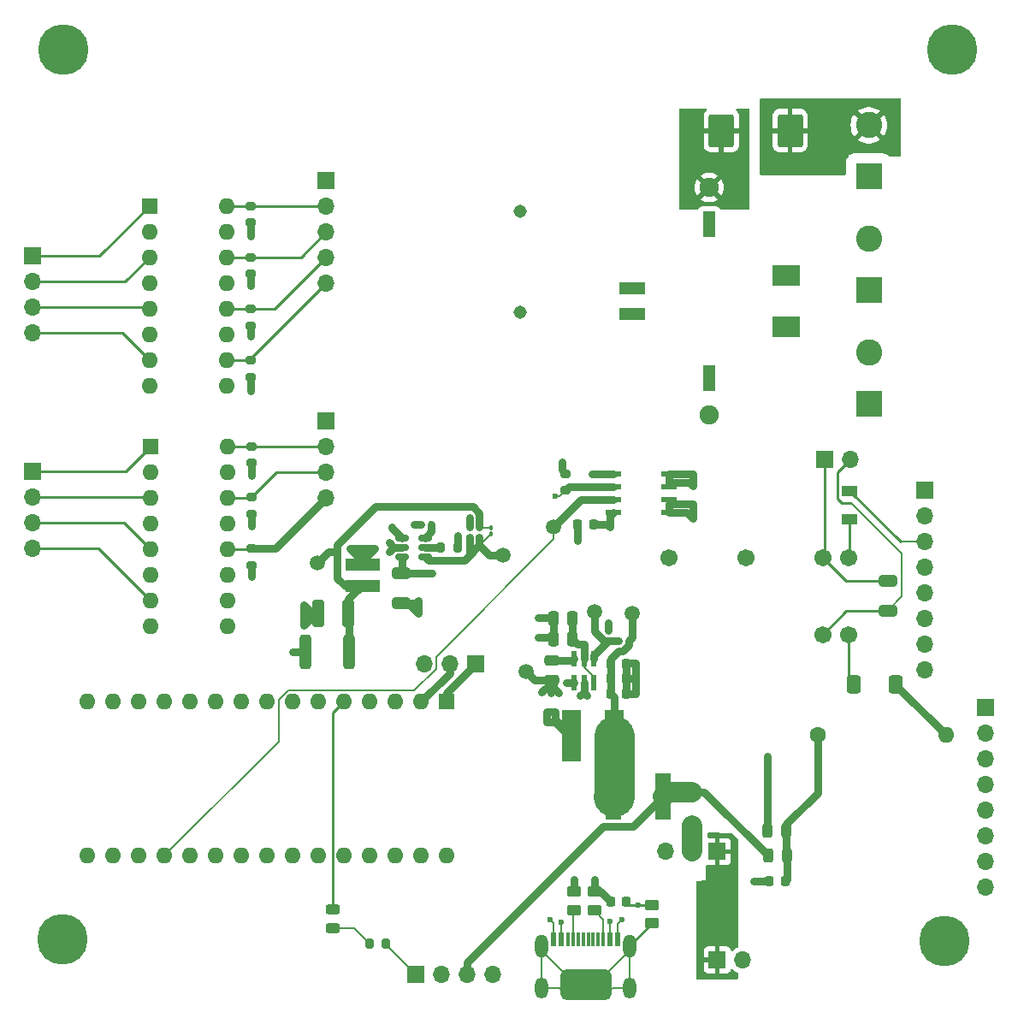
<source format=gtl>
G04 #@! TF.GenerationSoftware,KiCad,Pcbnew,8.0.8*
G04 #@! TF.CreationDate,2026-01-14T14:22:45+11:00*
G04 #@! TF.ProjectId,robotv1,726f626f-7476-4312-9e6b-696361645f70,2*
G04 #@! TF.SameCoordinates,Original*
G04 #@! TF.FileFunction,Copper,L1,Top*
G04 #@! TF.FilePolarity,Positive*
%FSLAX46Y46*%
G04 Gerber Fmt 4.6, Leading zero omitted, Abs format (unit mm)*
G04 Created by KiCad (PCBNEW 8.0.8) date 2026-01-14 14:22:45*
%MOMM*%
%LPD*%
G01*
G04 APERTURE LIST*
G04 Aperture macros list*
%AMRoundRect*
0 Rectangle with rounded corners*
0 $1 Rounding radius*
0 $2 $3 $4 $5 $6 $7 $8 $9 X,Y pos of 4 corners*
0 Add a 4 corners polygon primitive as box body*
4,1,4,$2,$3,$4,$5,$6,$7,$8,$9,$2,$3,0*
0 Add four circle primitives for the rounded corners*
1,1,$1+$1,$2,$3*
1,1,$1+$1,$4,$5*
1,1,$1+$1,$6,$7*
1,1,$1+$1,$8,$9*
0 Add four rect primitives between the rounded corners*
20,1,$1+$1,$2,$3,$4,$5,0*
20,1,$1+$1,$4,$5,$6,$7,0*
20,1,$1+$1,$6,$7,$8,$9,0*
20,1,$1+$1,$8,$9,$2,$3,0*%
G04 Aperture macros list end*
G04 #@! TA.AperFunction,SMDPad,CuDef*
%ADD10RoundRect,0.225000X-0.225000X-0.250000X0.225000X-0.250000X0.225000X0.250000X-0.225000X0.250000X0*%
G04 #@! TD*
G04 #@! TA.AperFunction,ComponentPad*
%ADD11R,1.700000X1.700000*%
G04 #@! TD*
G04 #@! TA.AperFunction,ComponentPad*
%ADD12O,1.700000X1.700000*%
G04 #@! TD*
G04 #@! TA.AperFunction,SMDPad,CuDef*
%ADD13RoundRect,0.200000X0.275000X-0.200000X0.275000X0.200000X-0.275000X0.200000X-0.275000X-0.200000X0*%
G04 #@! TD*
G04 #@! TA.AperFunction,SMDPad,CuDef*
%ADD14RoundRect,0.250000X0.650000X-0.325000X0.650000X0.325000X-0.650000X0.325000X-0.650000X-0.325000X0*%
G04 #@! TD*
G04 #@! TA.AperFunction,SMDPad,CuDef*
%ADD15R,0.300000X1.400000*%
G04 #@! TD*
G04 #@! TA.AperFunction,SMDPad,CuDef*
%ADD16R,0.500000X1.400000*%
G04 #@! TD*
G04 #@! TA.AperFunction,ComponentPad*
%ADD17O,1.300000X2.300000*%
G04 #@! TD*
G04 #@! TA.AperFunction,ComponentPad*
%ADD18O,1.300000X2.100000*%
G04 #@! TD*
G04 #@! TA.AperFunction,ComponentPad*
%ADD19C,0.500000*%
G04 #@! TD*
G04 #@! TA.AperFunction,SMDPad,CuDef*
%ADD20RoundRect,0.500000X-2.000000X-1.000000X2.000000X-1.000000X2.000000X1.000000X-2.000000X1.000000X0*%
G04 #@! TD*
G04 #@! TA.AperFunction,SMDPad,CuDef*
%ADD21RoundRect,0.225000X0.375000X-0.225000X0.375000X0.225000X-0.375000X0.225000X-0.375000X-0.225000X0*%
G04 #@! TD*
G04 #@! TA.AperFunction,SMDPad,CuDef*
%ADD22RoundRect,0.250000X0.312500X1.450000X-0.312500X1.450000X-0.312500X-1.450000X0.312500X-1.450000X0*%
G04 #@! TD*
G04 #@! TA.AperFunction,SMDPad,CuDef*
%ADD23RoundRect,0.250000X-0.650000X0.325000X-0.650000X-0.325000X0.650000X-0.325000X0.650000X0.325000X0*%
G04 #@! TD*
G04 #@! TA.AperFunction,SMDPad,CuDef*
%ADD24RoundRect,0.242500X0.242500X0.457500X-0.242500X0.457500X-0.242500X-0.457500X0.242500X-0.457500X0*%
G04 #@! TD*
G04 #@! TA.AperFunction,SMDPad,CuDef*
%ADD25R,3.400000X1.300000*%
G04 #@! TD*
G04 #@! TA.AperFunction,SMDPad,CuDef*
%ADD26RoundRect,0.140000X-0.170000X0.140000X-0.170000X-0.140000X0.170000X-0.140000X0.170000X0.140000X0*%
G04 #@! TD*
G04 #@! TA.AperFunction,SMDPad,CuDef*
%ADD27C,1.500000*%
G04 #@! TD*
G04 #@! TA.AperFunction,SMDPad,CuDef*
%ADD28RoundRect,0.242500X0.457500X-0.242500X0.457500X0.242500X-0.457500X0.242500X-0.457500X-0.242500X0*%
G04 #@! TD*
G04 #@! TA.AperFunction,SMDPad,CuDef*
%ADD29RoundRect,0.250000X0.250000X0.475000X-0.250000X0.475000X-0.250000X-0.475000X0.250000X-0.475000X0*%
G04 #@! TD*
G04 #@! TA.AperFunction,ComponentPad*
%ADD30R,1.600000X1.600000*%
G04 #@! TD*
G04 #@! TA.AperFunction,ComponentPad*
%ADD31O,1.600000X1.600000*%
G04 #@! TD*
G04 #@! TA.AperFunction,SMDPad,CuDef*
%ADD32R,1.900000X5.100000*%
G04 #@! TD*
G04 #@! TA.AperFunction,SMDPad,CuDef*
%ADD33RoundRect,0.248780X-0.451220X0.261220X-0.451220X-0.261220X0.451220X-0.261220X0.451220X0.261220X0*%
G04 #@! TD*
G04 #@! TA.AperFunction,SMDPad,CuDef*
%ADD34RoundRect,0.250000X0.425000X0.650000X-0.425000X0.650000X-0.425000X-0.650000X0.425000X-0.650000X0*%
G04 #@! TD*
G04 #@! TA.AperFunction,SMDPad,CuDef*
%ADD35RoundRect,0.140000X0.170000X-0.140000X0.170000X0.140000X-0.170000X0.140000X-0.170000X-0.140000X0*%
G04 #@! TD*
G04 #@! TA.AperFunction,SMDPad,CuDef*
%ADD36RoundRect,0.100000X-0.100000X0.130000X-0.100000X-0.130000X0.100000X-0.130000X0.100000X0.130000X0*%
G04 #@! TD*
G04 #@! TA.AperFunction,SMDPad,CuDef*
%ADD37RoundRect,0.220000X0.220000X0.255000X-0.220000X0.255000X-0.220000X-0.255000X0.220000X-0.255000X0*%
G04 #@! TD*
G04 #@! TA.AperFunction,SMDPad,CuDef*
%ADD38RoundRect,0.073750X0.221250X-0.651250X0.221250X0.651250X-0.221250X0.651250X-0.221250X-0.651250X0*%
G04 #@! TD*
G04 #@! TA.AperFunction,ComponentPad*
%ADD39C,1.308000*%
G04 #@! TD*
G04 #@! TA.AperFunction,SMDPad,CuDef*
%ADD40RoundRect,0.140000X0.140000X0.170000X-0.140000X0.170000X-0.140000X-0.170000X0.140000X-0.170000X0*%
G04 #@! TD*
G04 #@! TA.AperFunction,ComponentPad*
%ADD41R,2.600000X2.600000*%
G04 #@! TD*
G04 #@! TA.AperFunction,ComponentPad*
%ADD42C,2.600000*%
G04 #@! TD*
G04 #@! TA.AperFunction,SMDPad,CuDef*
%ADD43RoundRect,0.250000X0.550000X-0.300000X0.550000X0.300000X-0.550000X0.300000X-0.550000X-0.300000X0*%
G04 #@! TD*
G04 #@! TA.AperFunction,ComponentPad*
%ADD44C,0.600000*%
G04 #@! TD*
G04 #@! TA.AperFunction,ComponentPad*
%ADD45C,5.000000*%
G04 #@! TD*
G04 #@! TA.AperFunction,SMDPad,CuDef*
%ADD46RoundRect,0.200000X-0.200000X-0.275000X0.200000X-0.275000X0.200000X0.275000X-0.200000X0.275000X0*%
G04 #@! TD*
G04 #@! TA.AperFunction,SMDPad,CuDef*
%ADD47R,1.498600X4.597400*%
G04 #@! TD*
G04 #@! TA.AperFunction,SMDPad,CuDef*
%ADD48RoundRect,0.250000X0.325000X1.100000X-0.325000X1.100000X-0.325000X-1.100000X0.325000X-1.100000X0*%
G04 #@! TD*
G04 #@! TA.AperFunction,SMDPad,CuDef*
%ADD49R,1.600200X0.558800*%
G04 #@! TD*
G04 #@! TA.AperFunction,ComponentPad*
%ADD50C,1.905000*%
G04 #@! TD*
G04 #@! TA.AperFunction,ComponentPad*
%ADD51R,2.794000X2.032000*%
G04 #@! TD*
G04 #@! TA.AperFunction,ComponentPad*
%ADD52R,2.540000X1.270000*%
G04 #@! TD*
G04 #@! TA.AperFunction,ComponentPad*
%ADD53R,1.270000X2.540000*%
G04 #@! TD*
G04 #@! TA.AperFunction,ComponentPad*
%ADD54C,1.600000*%
G04 #@! TD*
G04 #@! TA.AperFunction,SMDPad,CuDef*
%ADD55RoundRect,0.250000X1.000000X-1.400000X1.000000X1.400000X-1.000000X1.400000X-1.000000X-1.400000X0*%
G04 #@! TD*
G04 #@! TA.AperFunction,SMDPad,CuDef*
%ADD56RoundRect,0.150000X-0.512500X-0.150000X0.512500X-0.150000X0.512500X0.150000X-0.512500X0.150000X0*%
G04 #@! TD*
G04 #@! TA.AperFunction,SMDPad,CuDef*
%ADD57RoundRect,0.250000X-0.475000X0.250000X-0.475000X-0.250000X0.475000X-0.250000X0.475000X0.250000X0*%
G04 #@! TD*
G04 #@! TA.AperFunction,ComponentPad*
%ADD58C,1.701800*%
G04 #@! TD*
G04 #@! TA.AperFunction,ViaPad*
%ADD59C,0.600000*%
G04 #@! TD*
G04 #@! TA.AperFunction,Conductor*
%ADD60C,0.800000*%
G04 #@! TD*
G04 #@! TA.AperFunction,Conductor*
%ADD61C,0.200000*%
G04 #@! TD*
G04 #@! TA.AperFunction,Conductor*
%ADD62C,0.250000*%
G04 #@! TD*
G04 #@! TA.AperFunction,Conductor*
%ADD63C,2.000000*%
G04 #@! TD*
G04 #@! TA.AperFunction,Conductor*
%ADD64C,4.000000*%
G04 #@! TD*
G04 APERTURE END LIST*
D10*
G04 #@! TO.P,C5,1*
G04 #@! TO.N,5V_RAW*
X60815000Y31650000D03*
G04 #@! TO.P,C5,2*
G04 #@! TO.N,GND*
X62375000Y31650000D03*
G04 #@! TD*
D11*
G04 #@! TO.P,J7,1,Pin_1*
G04 #@! TO.N,GND*
X32695000Y58630000D03*
D12*
G04 #@! TO.P,J7,2,Pin_2*
G04 #@! TO.N,/PWR_SCK*
X32695000Y56090000D03*
G04 #@! TO.P,J7,3,Pin_3*
G04 #@! TO.N,/PWR_MISO*
X32695000Y53550000D03*
G04 #@! TO.P,J7,4,Pin_4*
G04 #@! TO.N,/PWR_MOSI*
X32695000Y51010000D03*
G04 #@! TD*
D13*
G04 #@! TO.P,RL3,1*
G04 #@! TO.N,VSS*
X25235000Y68080000D03*
G04 #@! TO.P,RL3,2*
G04 #@! TO.N,Net-(J6-Pin_4)*
X25235000Y69720000D03*
G04 #@! TD*
D14*
G04 #@! TO.P,C13,1*
G04 #@! TO.N,GND*
X40095000Y40660000D03*
G04 #@! TO.P,C13,2*
G04 #@! TO.N,VCC*
X40095000Y43620000D03*
G04 #@! TD*
D13*
G04 #@! TO.P,RL2,1*
G04 #@! TO.N,VSS*
X25235000Y73200000D03*
G04 #@! TO.P,RL2,2*
G04 #@! TO.N,Net-(J6-Pin_3)*
X25235000Y74840000D03*
G04 #@! TD*
D15*
G04 #@! TO.P,J10,A5,CC1*
G04 #@! TO.N,Net-(J10-CC1)*
X57120000Y7390000D03*
G04 #@! TO.P,J10,A6,D+*
G04 #@! TO.N,unconnected-(J10-D+-PadA6)*
X58120000Y7390000D03*
G04 #@! TO.P,J10,A7,D-*
G04 #@! TO.N,unconnected-(J10-D--PadA7)*
X58620000Y7390000D03*
G04 #@! TO.P,J10,A8,SBU1*
G04 #@! TO.N,unconnected-(J10-SBU1-PadA8)*
X59620000Y7390000D03*
D16*
G04 #@! TO.P,J10,A9B4,VBUS*
G04 #@! TO.N,USB_5V_POUR*
X60770000Y7390000D03*
G04 #@! TO.P,J10,A12B1,GND*
G04 #@! TO.N,GND*
X61570000Y7390000D03*
D15*
G04 #@! TO.P,J10,B5,CC2*
G04 #@! TO.N,Net-(J10-CC2)*
X60120000Y7390000D03*
G04 #@! TO.P,J10,B6,D+*
G04 #@! TO.N,unconnected-(J10-D+-PadB6)*
X59120000Y7390000D03*
G04 #@! TO.P,J10,B7,D-*
G04 #@! TO.N,unconnected-(J10-D--PadB7)*
X57620000Y7390000D03*
G04 #@! TO.P,J10,B8,SBU2*
G04 #@! TO.N,unconnected-(J10-SBU2-PadB8)*
X56620000Y7390000D03*
D16*
G04 #@! TO.P,J10,B9A4,VBUS*
G04 #@! TO.N,USB_5V_POUR*
X55970000Y7390000D03*
G04 #@! TO.P,J10,B12A1,GND*
G04 #@! TO.N,GND*
X55170000Y7390000D03*
D17*
G04 #@! TO.P,J10,S1,SHIELD*
G04 #@! TO.N,Net-(J10-SHIELD)*
X54040000Y6710000D03*
D18*
X54040000Y2510000D03*
D19*
X56370000Y3890000D03*
X56370000Y1890000D03*
D20*
X58370000Y2890000D03*
D19*
X60370000Y3890000D03*
X60370000Y1890000D03*
D17*
X62700000Y6710000D03*
D18*
X62700000Y2510000D03*
G04 #@! TD*
D21*
G04 #@! TO.P,D6,1*
G04 #@! TO.N,Net-(J9-Pin_2)*
X68920000Y18640000D03*
G04 #@! TO.P,D6,2*
G04 #@! TO.N,+5VA*
X68920000Y21940000D03*
G04 #@! TD*
D10*
G04 #@! TO.P,C8,1*
G04 #@! TO.N,GND*
X57595000Y48390000D03*
G04 #@! TO.P,C8,2*
G04 #@! TO.N,VSS*
X59155000Y48390000D03*
G04 #@! TD*
G04 #@! TO.P,C3,1*
G04 #@! TO.N,5V_RAW*
X60815000Y34650000D03*
G04 #@! TO.P,C3,2*
G04 #@! TO.N,GND*
X62375000Y34650000D03*
G04 #@! TD*
D13*
G04 #@! TO.P,RL5,1*
G04 #@! TO.N,VSS*
X25295000Y54490000D03*
G04 #@! TO.P,RL5,2*
G04 #@! TO.N,/PWR_SCK*
X25295000Y56130000D03*
G04 #@! TD*
D22*
G04 #@! TO.P,F4,1*
G04 #@! TO.N,Net-(C6-Pad1)*
X34932500Y35790000D03*
G04 #@! TO.P,F4,2*
G04 #@! TO.N,VSS*
X30657500Y35790000D03*
G04 #@! TD*
D23*
G04 #@! TO.P,C1,1*
G04 #@! TO.N,Net-(J4-Pin_1)*
X88248500Y42810000D03*
G04 #@! TO.P,C1,2*
G04 #@! TO.N,Net-(J4-Pin_2)*
X88248500Y39850000D03*
G04 #@! TD*
D24*
G04 #@! TO.P,D4,1*
G04 #@! TO.N,Net-(D3-Pad1)*
X78285000Y15640000D03*
G04 #@! TO.P,D4,2*
G04 #@! TO.N,+5VA*
X76405000Y15640000D03*
G04 #@! TD*
D25*
G04 #@! TO.P,L2,1*
G04 #@! TO.N,Net-(C6-Pad1)*
X36295000Y42365000D03*
G04 #@! TO.P,L2,2*
G04 #@! TO.N,3V3_SW*
X36295000Y44465000D03*
G04 #@! TD*
D26*
G04 #@! TO.P,R8,1*
G04 #@! TO.N,Net-(C6-Pad1)*
X47845000Y48140000D03*
G04 #@! TO.P,R8,2*
G04 #@! TO.N,Net-(U1-FB)*
X47845000Y47140000D03*
G04 #@! TD*
D27*
G04 #@! TO.P,TP1,1,1*
G04 #@! TO.N,Net-(U4-VFB)*
X59220000Y39765000D03*
G04 #@! TD*
D11*
G04 #@! TO.P,J9,1,Pin_1*
G04 #@! TO.N,PIN_5V_POUR*
X71395000Y16040000D03*
D12*
G04 #@! TO.P,J9,2,Pin_2*
G04 #@! TO.N,Net-(J9-Pin_2)*
X68855000Y16040000D03*
G04 #@! TO.P,J9,3,Pin_3*
G04 #@! TO.N,USB_5V_POUR*
X66315000Y16040000D03*
G04 #@! TD*
D28*
G04 #@! TO.P,D7,1*
G04 #@! TO.N,Net-(D7-Pad1)*
X33345000Y8450000D03*
G04 #@! TO.P,D7,2*
G04 #@! TO.N,Net-(A1-D2)*
X33345000Y10330000D03*
G04 #@! TD*
D11*
G04 #@! TO.P,J2,1,Pin_1*
G04 #@! TO.N,GND*
X91945000Y51815000D03*
D12*
G04 #@! TO.P,J2,2,Pin_2*
G04 #@! TO.N,Net-(J14-Pin_2)*
X91945000Y49275000D03*
G04 #@! TO.P,J2,3,Pin_3*
G04 #@! TO.N,Net-(J14-Pin_3)*
X91945000Y46735000D03*
G04 #@! TO.P,J2,4,Pin_4*
G04 #@! TO.N,Net-(J14-Pin_4)*
X91945000Y44195000D03*
G04 #@! TO.P,J2,5,Pin_5*
G04 #@! TO.N,Vdrive*
X91945000Y41655000D03*
G04 #@! TO.P,J2,6,Pin_6*
G04 #@! TO.N,Net-(J14-Pin_6)*
X91945000Y39115000D03*
G04 #@! TO.P,J2,7,Pin_7*
G04 #@! TO.N,Net-(J14-Pin_7)*
X91945000Y36575000D03*
G04 #@! TO.P,J2,8,Pin_8*
G04 #@! TO.N,Net-(J14-Pin_8)*
X91945000Y34035000D03*
G04 #@! TD*
D27*
G04 #@! TO.P,TP3,1,1*
G04 #@! TO.N,5V_RAW*
X62970000Y39640000D03*
G04 #@! TD*
D11*
G04 #@! TO.P,J5,1,Pin_1*
G04 #@! TO.N,Net-(J5-Pin_1)*
X3655000Y53680000D03*
D12*
G04 #@! TO.P,J5,2,Pin_2*
G04 #@! TO.N,Net-(J5-Pin_2)*
X3655000Y51140000D03*
G04 #@! TO.P,J5,3,Pin_3*
G04 #@! TO.N,Net-(J5-Pin_3)*
X3655000Y48600000D03*
G04 #@! TO.P,J5,4,Pin_4*
G04 #@! TO.N,Net-(J5-Pin_4)*
X3655000Y46060000D03*
G04 #@! TD*
D29*
G04 #@! TO.P,C9,1*
G04 #@! TO.N,VCC*
X57045000Y39140000D03*
G04 #@! TO.P,C9,2*
G04 #@! TO.N,GND*
X55145000Y39140000D03*
G04 #@! TD*
D27*
G04 #@! TO.P,TP2,1,1*
G04 #@! TO.N,5V_SW*
X52470000Y33865000D03*
G04 #@! TD*
D29*
G04 #@! TO.P,C10,1*
G04 #@! TO.N,VCC*
X57045000Y37090000D03*
G04 #@! TO.P,C10,2*
G04 #@! TO.N,GND*
X55145000Y37090000D03*
G04 #@! TD*
D11*
G04 #@! TO.P,J6,1,Pin_1*
G04 #@! TO.N,GND*
X32695000Y82450000D03*
D12*
G04 #@! TO.P,J6,2,Pin_2*
G04 #@! TO.N,Net-(J6-Pin_2)*
X32695000Y79910000D03*
G04 #@! TO.P,J6,3,Pin_3*
G04 #@! TO.N,Net-(J6-Pin_3)*
X32695000Y77370000D03*
G04 #@! TO.P,J6,4,Pin_4*
G04 #@! TO.N,Net-(J6-Pin_4)*
X32695000Y74830000D03*
G04 #@! TO.P,J6,5,Pin_5*
G04 #@! TO.N,Net-(J6-Pin_5)*
X32695000Y72290000D03*
G04 #@! TD*
D30*
G04 #@! TO.P,U2,1*
G04 #@! TO.N,Net-(J1-Pin_1)*
X15185000Y79920000D03*
D31*
G04 #@! TO.P,U2,2*
G04 #@! TO.N,GND*
X15185000Y77380000D03*
G04 #@! TO.P,U2,3*
G04 #@! TO.N,Net-(J1-Pin_2)*
X15185000Y74840000D03*
G04 #@! TO.P,U2,4*
G04 #@! TO.N,GND*
X15185000Y72300000D03*
G04 #@! TO.P,U2,5*
G04 #@! TO.N,Net-(J1-Pin_3)*
X15185000Y69760000D03*
G04 #@! TO.P,U2,6*
G04 #@! TO.N,GND*
X15185000Y67220000D03*
G04 #@! TO.P,U2,7*
G04 #@! TO.N,Net-(J1-Pin_4)*
X15185000Y64680000D03*
G04 #@! TO.P,U2,8*
G04 #@! TO.N,GND*
X15185000Y62140000D03*
G04 #@! TO.P,U2,9*
X22805000Y62140000D03*
G04 #@! TO.P,U2,10*
G04 #@! TO.N,Net-(J6-Pin_5)*
X22805000Y64680000D03*
G04 #@! TO.P,U2,11*
G04 #@! TO.N,GND*
X22805000Y67220000D03*
G04 #@! TO.P,U2,12*
G04 #@! TO.N,Net-(J6-Pin_4)*
X22805000Y69760000D03*
G04 #@! TO.P,U2,13*
G04 #@! TO.N,GND*
X22805000Y72300000D03*
G04 #@! TO.P,U2,14*
G04 #@! TO.N,Net-(J6-Pin_3)*
X22805000Y74840000D03*
G04 #@! TO.P,U2,15*
G04 #@! TO.N,GND*
X22805000Y77380000D03*
G04 #@! TO.P,U2,16*
G04 #@! TO.N,Net-(J6-Pin_2)*
X22805000Y79920000D03*
G04 #@! TD*
D32*
G04 #@! TO.P,L1,1*
G04 #@! TO.N,5V_SW*
X56970000Y27540000D03*
G04 #@! TO.P,L1,2*
G04 #@! TO.N,5V_RAW*
X61170000Y27540000D03*
G04 #@! TD*
D33*
G04 #@! TO.P,R2,1*
G04 #@! TO.N,USB_5V_POUR*
X59220000Y12060000D03*
G04 #@! TO.P,R2,2*
G04 #@! TO.N,Net-(J10-CC2)*
X59220000Y10240000D03*
G04 #@! TD*
D34*
G04 #@! TO.P,S2,1,A*
G04 #@! TO.N,GND*
X89073500Y32580000D03*
G04 #@! TO.P,S2,2,B*
G04 #@! TO.N,Net-(S2-B)*
X84923500Y32580000D03*
G04 #@! TD*
D35*
G04 #@! TO.P,R9,1*
G04 #@! TO.N,Net-(U1-FB)*
X46845000Y47140000D03*
G04 #@! TO.P,R9,2*
G04 #@! TO.N,GND*
X46845000Y48140000D03*
G04 #@! TD*
D11*
G04 #@! TO.P,J8,1,Pin_1*
G04 #@! TO.N,Net-(A1-D1{slash}TX)*
X47475000Y34590000D03*
D12*
G04 #@! TO.P,J8,2,Pin_2*
G04 #@! TO.N,Net-(A1-D0{slash}RX)*
X44935000Y34590000D03*
G04 #@! TO.P,J8,3,Pin_3*
G04 #@! TO.N,GND*
X42395000Y34590000D03*
G04 #@! TD*
D36*
G04 #@! TO.P,C6,1*
G04 #@! TO.N,Net-(C6-Pad1)*
X48995000Y48110000D03*
G04 #@! TO.P,C6,2*
G04 #@! TO.N,Net-(U1-FB)*
X48995000Y47470000D03*
G04 #@! TD*
D37*
G04 #@! TO.P,D5,1*
G04 #@! TO.N,Net-(D3-Pad1)*
X78135000Y13140000D03*
G04 #@! TO.P,D5,2*
G04 #@! TO.N,VSS*
X76555000Y13140000D03*
G04 #@! TD*
D38*
G04 #@! TO.P,U4,1,GND*
G04 #@! TO.N,GND*
X57240000Y32785000D03*
G04 #@! TO.P,U4,2,SW*
G04 #@! TO.N,5V_SW*
X58190000Y32785000D03*
G04 #@! TO.P,U4,3,VIN*
G04 #@! TO.N,VCC*
X59140000Y32785000D03*
G04 #@! TO.P,U4,4,VFB*
G04 #@! TO.N,Net-(U4-VFB)*
X59140000Y35095000D03*
G04 #@! TO.P,U4,5,EN*
G04 #@! TO.N,VCC*
X58190000Y35095000D03*
G04 #@! TO.P,U4,6,VBST*
G04 #@! TO.N,Net-(U4-VBST)*
X57240000Y35095000D03*
G04 #@! TD*
D39*
G04 #@! TO.P,S1,1*
G04 #@! TO.N,Net-(F1-Pad2)*
X51845000Y79390000D03*
G04 #@! TO.P,S1,2*
G04 #@! TO.N,Net-(K2-Pad5)*
X51845000Y69390000D03*
G04 #@! TD*
D40*
G04 #@! TO.P,R12,1*
G04 #@! TO.N,5V_RAW*
X62595000Y36890000D03*
G04 #@! TO.P,R12,2*
G04 #@! TO.N,Net-(U4-VFB)*
X61595000Y36890000D03*
G04 #@! TD*
D11*
G04 #@! TO.P,J14,1,Pin_1*
G04 #@! TO.N,GND*
X97950000Y30265000D03*
D12*
G04 #@! TO.P,J14,2,Pin_2*
G04 #@! TO.N,Net-(J14-Pin_2)*
X97950000Y27725000D03*
G04 #@! TO.P,J14,3,Pin_3*
G04 #@! TO.N,Net-(J14-Pin_3)*
X97950000Y25185000D03*
G04 #@! TO.P,J14,4,Pin_4*
G04 #@! TO.N,Net-(J14-Pin_4)*
X97950000Y22645000D03*
G04 #@! TO.P,J14,5,Pin_5*
G04 #@! TO.N,Vdrive*
X97950000Y20105000D03*
G04 #@! TO.P,J14,6,Pin_6*
G04 #@! TO.N,Net-(J14-Pin_6)*
X97950000Y17565000D03*
G04 #@! TO.P,J14,7,Pin_7*
G04 #@! TO.N,Net-(J14-Pin_7)*
X97950000Y15025000D03*
G04 #@! TO.P,J14,8,Pin_8*
G04 #@! TO.N,Net-(J14-Pin_8)*
X97950000Y12485000D03*
G04 #@! TD*
D41*
G04 #@! TO.P,J11,1,Pin_1*
G04 #@! TO.N,GND*
X86400000Y82845000D03*
D42*
G04 #@! TO.P,J11,2,Pin_2*
G04 #@! TO.N,Vdrive*
X86400000Y87925000D03*
G04 #@! TD*
D30*
G04 #@! TO.P,U3,1*
G04 #@! TO.N,Net-(J5-Pin_1)*
X15285000Y56140000D03*
D31*
G04 #@! TO.P,U3,2*
G04 #@! TO.N,GND*
X15285000Y53600000D03*
G04 #@! TO.P,U3,3*
G04 #@! TO.N,Net-(J5-Pin_2)*
X15285000Y51060000D03*
G04 #@! TO.P,U3,4*
G04 #@! TO.N,GND*
X15285000Y48520000D03*
G04 #@! TO.P,U3,5*
G04 #@! TO.N,Net-(J5-Pin_3)*
X15285000Y45980000D03*
G04 #@! TO.P,U3,6*
G04 #@! TO.N,GND*
X15285000Y43440000D03*
G04 #@! TO.P,U3,7*
G04 #@! TO.N,Net-(J5-Pin_4)*
X15285000Y40900000D03*
G04 #@! TO.P,U3,8*
G04 #@! TO.N,GND*
X15285000Y38360000D03*
G04 #@! TO.P,U3,9*
X22905000Y38360000D03*
G04 #@! TO.P,U3,10*
G04 #@! TO.N,unconnected-(U3-Pad10)*
X22905000Y40900000D03*
G04 #@! TO.P,U3,11*
G04 #@! TO.N,GND*
X22905000Y43440000D03*
G04 #@! TO.P,U3,12*
G04 #@! TO.N,/PWR_MOSI*
X22905000Y45980000D03*
G04 #@! TO.P,U3,13*
G04 #@! TO.N,GND*
X22905000Y48520000D03*
G04 #@! TO.P,U3,14*
G04 #@! TO.N,/PWR_MISO*
X22905000Y51060000D03*
G04 #@! TO.P,U3,15*
G04 #@! TO.N,GND*
X22905000Y53600000D03*
G04 #@! TO.P,U3,16*
G04 #@! TO.N,/PWR_SCK*
X22905000Y56140000D03*
G04 #@! TD*
D43*
G04 #@! TO.P,D1,1*
G04 #@! TO.N,Net-(D1-Pad1)*
X84498500Y48930000D03*
G04 #@! TO.P,D1,2*
G04 #@! TO.N,Net-(J14-Pin_3)*
X84498500Y51730000D03*
G04 #@! TD*
D44*
G04 #@! TO.P,H5,1*
G04 #@! TO.N,GND*
X91875000Y7150000D03*
X92465000Y8560000D03*
X92465000Y5740000D03*
X93875000Y9150000D03*
D45*
X93875000Y7150000D03*
D44*
X93875000Y5150000D03*
X95285000Y8560000D03*
X95285000Y5740000D03*
X95875000Y7150000D03*
G04 #@! TD*
D30*
G04 #@! TO.P,A1,1,D1/TX*
G04 #@! TO.N,Net-(A1-D1{slash}TX)*
X44635000Y30890000D03*
D31*
G04 #@! TO.P,A1,2,D0/RX*
G04 #@! TO.N,Net-(A1-D0{slash}RX)*
X42095000Y30890000D03*
G04 #@! TO.P,A1,3,~{RESET}*
G04 #@! TO.N,unconnected-(A1-~{RESET}-Pad3)*
X39555000Y30890000D03*
G04 #@! TO.P,A1,4,GND*
G04 #@! TO.N,GND*
X37015000Y30890000D03*
G04 #@! TO.P,A1,5,D2*
G04 #@! TO.N,Net-(A1-D2)*
X34475000Y30890000D03*
G04 #@! TO.P,A1,6,D3*
G04 #@! TO.N,FAULT*
X31935000Y30890000D03*
G04 #@! TO.P,A1,7,D4*
G04 #@! TO.N,unconnected-(A1-D4-Pad7)*
X29395000Y30890000D03*
G04 #@! TO.P,A1,8,D5*
G04 #@! TO.N,unconnected-(A1-D5-Pad8)*
X26855000Y30890000D03*
G04 #@! TO.P,A1,9,D6*
G04 #@! TO.N,unconnected-(A1-D6-Pad9)*
X24315000Y30890000D03*
G04 #@! TO.P,A1,10,D7*
G04 #@! TO.N,unconnected-(A1-D7-Pad10)*
X21775000Y30890000D03*
G04 #@! TO.P,A1,11,D8*
G04 #@! TO.N,unconnected-(A1-D8-Pad11)*
X19235000Y30890000D03*
G04 #@! TO.P,A1,12,D9*
G04 #@! TO.N,unconnected-(A1-D9-Pad12)*
X16695000Y30890000D03*
G04 #@! TO.P,A1,13,D10*
G04 #@! TO.N,unconnected-(A1-D10-Pad13)*
X14155000Y30890000D03*
G04 #@! TO.P,A1,14,D11*
G04 #@! TO.N,/PWR_MOSI*
X11615000Y30890000D03*
G04 #@! TO.P,A1,15,D12*
G04 #@! TO.N,/PWR_MISO*
X9075000Y30890000D03*
G04 #@! TO.P,A1,16,D13*
G04 #@! TO.N,/PWR_SCK*
X9075000Y15650000D03*
G04 #@! TO.P,A1,17,3V3*
G04 #@! TO.N,unconnected-(A1-3V3-Pad17)*
X11615000Y15650000D03*
G04 #@! TO.P,A1,18,AREF*
G04 #@! TO.N,unconnected-(A1-AREF-Pad18)*
X14155000Y15650000D03*
G04 #@! TO.P,A1,19,A0*
G04 #@! TO.N,Net-(A1-A0)*
X16695000Y15650000D03*
G04 #@! TO.P,A1,20,A1*
G04 #@! TO.N,unconnected-(A1-A1-Pad20)*
X19235000Y15650000D03*
G04 #@! TO.P,A1,21,A2*
G04 #@! TO.N,unconnected-(A1-A2-Pad21)*
X21775000Y15650000D03*
G04 #@! TO.P,A1,22,A3*
G04 #@! TO.N,unconnected-(A1-A3-Pad22)*
X24315000Y15650000D03*
G04 #@! TO.P,A1,23,A4*
G04 #@! TO.N,unconnected-(A1-A4-Pad23)*
X26855000Y15650000D03*
G04 #@! TO.P,A1,24,A5*
G04 #@! TO.N,unconnected-(A1-A5-Pad24)*
X29395000Y15650000D03*
G04 #@! TO.P,A1,25,A6*
G04 #@! TO.N,unconnected-(A1-A6-Pad25)*
X31935000Y15650000D03*
G04 #@! TO.P,A1,26,A7*
G04 #@! TO.N,unconnected-(A1-A7-Pad26)*
X34475000Y15650000D03*
G04 #@! TO.P,A1,27,+5V*
G04 #@! TO.N,unconnected-(A1-+5V-Pad27)*
X37015000Y15650000D03*
G04 #@! TO.P,A1,28,~{RESET}*
G04 #@! TO.N,unconnected-(A1-~{RESET}-Pad28)*
X39555000Y15650000D03*
G04 #@! TO.P,A1,29,GND*
G04 #@! TO.N,GND*
X42095000Y15650000D03*
G04 #@! TO.P,A1,30,VIN*
G04 #@! TO.N,VSS*
X44635000Y15650000D03*
G04 #@! TD*
D46*
G04 #@! TO.P,R5,1*
G04 #@! TO.N,Net-(D7-Pad1)*
X36955000Y6915000D03*
G04 #@! TO.P,R5,2*
G04 #@! TO.N,GND*
X38595000Y6915000D03*
G04 #@! TD*
D47*
G04 #@! TO.P,F2,1,1*
G04 #@! TO.N,5V_RAW*
X61131950Y21463000D03*
G04 #@! TO.P,F2,2,2*
G04 #@! TO.N,+5VA*
X66031950Y21463000D03*
G04 #@! TD*
D13*
G04 #@! TO.P,R11,1*
G04 #@! TO.N,FAULT*
X56395000Y51770000D03*
G04 #@! TO.P,R11,2*
G04 #@! TO.N,VSS*
X56395000Y53410000D03*
G04 #@! TD*
D48*
G04 #@! TO.P,C7,1*
G04 #@! TO.N,Net-(C6-Pad1)*
X34870000Y39590000D03*
G04 #@! TO.P,C7,2*
G04 #@! TO.N,GND*
X31920000Y39590000D03*
G04 #@! TD*
D11*
G04 #@! TO.P,J1,1,Pin_1*
G04 #@! TO.N,Net-(J1-Pin_1)*
X3655000Y74970000D03*
D12*
G04 #@! TO.P,J1,2,Pin_2*
G04 #@! TO.N,Net-(J1-Pin_2)*
X3655000Y72430000D03*
G04 #@! TO.P,J1,3,Pin_3*
G04 #@! TO.N,Net-(J1-Pin_3)*
X3655000Y69890000D03*
G04 #@! TO.P,J1,4,Pin_4*
G04 #@! TO.N,Net-(J1-Pin_4)*
X3655000Y67350000D03*
G04 #@! TD*
D27*
G04 #@! TO.P,TP7,1,1*
G04 #@! TO.N,Net-(C6-Pad1)*
X31795000Y44590000D03*
G04 #@! TD*
D33*
G04 #@! TO.P,R1,1*
G04 #@! TO.N,GND*
X64920000Y10775000D03*
G04 #@! TO.P,R1,2*
G04 #@! TO.N,Net-(J10-SHIELD)*
X64920000Y8955000D03*
G04 #@! TD*
D41*
G04 #@! TO.P,J12,1,Pin_1*
G04 #@! TO.N,GND*
X86400000Y71595000D03*
D42*
G04 #@! TO.P,J12,2,Pin_2*
G04 #@! TO.N,VCC*
X86400000Y76675000D03*
G04 #@! TD*
D49*
G04 #@! TO.P,U5,1,IP+*
G04 #@! TO.N,CSENSE_IN*
X66595000Y49580000D03*
G04 #@! TO.P,U5,2,IP+*
X66595000Y50850000D03*
G04 #@! TO.P,U5,3,IP-*
G04 #@! TO.N,VCC*
X66595000Y52120000D03*
G04 #@! TO.P,U5,4,IP-*
X66595000Y53390000D03*
G04 #@! TO.P,U5,5,GND*
G04 #@! TO.N,GND*
X61083200Y53390000D03*
G04 #@! TO.P,U5,6,\u002AFAULT*
G04 #@! TO.N,FAULT*
X61083200Y52120000D03*
G04 #@! TO.P,U5,7,VIOUT*
G04 #@! TO.N,Net-(A1-A0)*
X61083200Y50850000D03*
G04 #@! TO.P,U5,8,VCC*
G04 #@! TO.N,VSS*
X61083200Y49580000D03*
G04 #@! TD*
D27*
G04 #@! TO.P,TP4,1,1*
G04 #@! TO.N,Net-(U1-FB)*
X50195000Y45390000D03*
G04 #@! TD*
D13*
G04 #@! TO.P,RL1,1*
G04 #@! TO.N,VSS*
X25235000Y78280000D03*
G04 #@! TO.P,RL1,2*
G04 #@! TO.N,Net-(J6-Pin_2)*
X25235000Y79920000D03*
G04 #@! TD*
D46*
G04 #@! TO.P,R7,1*
G04 #@! TO.N,Net-(U1-EN)*
X44025000Y46140000D03*
G04 #@! TO.P,R7,2*
G04 #@! TO.N,VCC*
X45665000Y46140000D03*
G04 #@! TD*
D27*
G04 #@! TO.P,TP8,1,1*
G04 #@! TO.N,Net-(A1-A0)*
X55195000Y48190000D03*
G04 #@! TD*
D10*
G04 #@! TO.P,C2,1*
G04 #@! TO.N,USB_5V_POUR*
X60815000Y11115000D03*
G04 #@! TO.P,C2,2*
G04 #@! TO.N,GND*
X62375000Y11115000D03*
G04 #@! TD*
D44*
G04 #@! TO.P,H6,1*
G04 #@! TO.N,GND*
X92605000Y95400000D03*
X93195000Y96810000D03*
X93195000Y93990000D03*
X94605000Y97400000D03*
D45*
X94605000Y95400000D03*
D44*
X94605000Y93400000D03*
X96015000Y96810000D03*
X96015000Y93990000D03*
X96605000Y95400000D03*
G04 #@! TD*
G04 #@! TO.P,H7,1*
G04 #@! TO.N,GND*
X4655000Y95375000D03*
X5245000Y96785000D03*
X5245000Y93965000D03*
X6655000Y97375000D03*
D45*
X6655000Y95375000D03*
D44*
X6655000Y93375000D03*
X8065000Y96785000D03*
X8065000Y93965000D03*
X8655000Y95375000D03*
G04 #@! TD*
D13*
G04 #@! TO.P,RL4,1*
G04 #@! TO.N,VSS*
X25235000Y63000000D03*
G04 #@! TO.P,RL4,2*
G04 #@! TO.N,Net-(J6-Pin_5)*
X25235000Y64640000D03*
G04 #@! TD*
D24*
G04 #@! TO.P,D3,1*
G04 #@! TO.N,Net-(D3-Pad1)*
X78225000Y18140000D03*
G04 #@! TO.P,D3,2*
G04 #@! TO.N,VCC*
X76345000Y18140000D03*
G04 #@! TD*
D10*
G04 #@! TO.P,C4,1*
G04 #@! TO.N,5V_RAW*
X60815000Y33140000D03*
G04 #@! TO.P,C4,2*
G04 #@! TO.N,GND*
X62375000Y33140000D03*
G04 #@! TD*
D50*
G04 #@! TO.P,F1,1,1*
G04 #@! TO.N,Drive-D-V*
X70595000Y81770000D03*
G04 #@! TO.P,F1,2,2*
G04 #@! TO.N,Net-(F1-Pad2)*
X70595000Y59270000D03*
D51*
G04 #@! TO.P,F1,3*
G04 #@! TO.N,N/C*
X78215000Y67980000D03*
G04 #@! TO.P,F1,4*
X78215000Y73060000D03*
D52*
G04 #@! TO.P,F1,5*
X62975000Y69250000D03*
G04 #@! TO.P,F1,6*
X62975000Y71790000D03*
D53*
G04 #@! TO.P,F1,7*
X70595000Y62900000D03*
G04 #@! TO.P,F1,8*
X70595000Y78140000D03*
G04 #@! TD*
D54*
G04 #@! TO.P,R6,1*
G04 #@! TO.N,Net-(D3-Pad1)*
X81325000Y27560000D03*
D31*
G04 #@! TO.P,R6,2*
G04 #@! TO.N,GND*
X94025000Y27560000D03*
G04 #@! TD*
D55*
G04 #@! TO.P,D2,1*
G04 #@! TO.N,Drive-D-V*
X71795000Y87390000D03*
G04 #@! TO.P,D2,2*
G04 #@! TO.N,Vdrive*
X78595000Y87390000D03*
G04 #@! TD*
D56*
G04 #@! TO.P,U1,1,GND*
G04 #@! TO.N,GND*
X40207500Y47090000D03*
G04 #@! TO.P,U1,2,SW*
G04 #@! TO.N,3V3_SW*
X40207500Y46140000D03*
G04 #@! TO.P,U1,3,VIN*
G04 #@! TO.N,VCC*
X40207500Y45190000D03*
G04 #@! TO.P,U1,4,FB*
G04 #@! TO.N,Net-(U1-FB)*
X42482500Y45190000D03*
G04 #@! TO.P,U1,5,EN*
G04 #@! TO.N,Net-(U1-EN)*
X42482500Y46140000D03*
G04 #@! TO.P,U1,6,BOOT*
G04 #@! TO.N,Net-(U1-BOOT)*
X42482500Y47090000D03*
G04 #@! TD*
D44*
G04 #@! TO.P,H4,1*
G04 #@! TO.N,GND*
X4595000Y7390000D03*
X5185000Y8800000D03*
X5185000Y5980000D03*
X6595000Y9390000D03*
D45*
X6595000Y7390000D03*
D44*
X6595000Y5390000D03*
X8005000Y8800000D03*
X8005000Y5980000D03*
X8595000Y7390000D03*
G04 #@! TD*
D11*
G04 #@! TO.P,J4,1,Pin_1*
G04 #@! TO.N,Net-(J4-Pin_1)*
X82055000Y54890000D03*
D12*
G04 #@! TO.P,J4,2,Pin_2*
G04 #@! TO.N,Net-(J4-Pin_2)*
X84595000Y54890000D03*
G04 #@! TD*
D40*
G04 #@! TO.P,C12,1*
G04 #@! TO.N,Net-(U1-BOOT)*
X43095000Y48390000D03*
G04 #@! TO.P,C12,2*
G04 #@! TO.N,3V3_SW*
X42095000Y48390000D03*
G04 #@! TD*
D11*
G04 #@! TO.P,J15,1,Pin_1*
G04 #@! TO.N,GND*
X41555000Y3890000D03*
D12*
G04 #@! TO.P,J15,2,Pin_2*
G04 #@! TO.N,VSS*
X44095000Y3890000D03*
G04 #@! TO.P,J15,3,Pin_3*
G04 #@! TO.N,+5VA*
X46635000Y3890000D03*
G04 #@! TO.P,J15,4,Pin_4*
G04 #@! TO.N,VCC*
X49175000Y3890000D03*
G04 #@! TD*
D35*
G04 #@! TO.P,R4,1*
G04 #@! TO.N,Net-(U4-VFB)*
X60595000Y36890000D03*
G04 #@! TO.P,R4,2*
G04 #@! TO.N,GND*
X60595000Y37890000D03*
G04 #@! TD*
D57*
G04 #@! TO.P,C11,1*
G04 #@! TO.N,Net-(U4-VBST)*
X54995000Y34940000D03*
G04 #@! TO.P,C11,2*
G04 #@! TO.N,5V_SW*
X54995000Y33040000D03*
G04 #@! TD*
D41*
G04 #@! TO.P,J13,1,Pin_1*
G04 #@! TO.N,GND*
X86400000Y60345000D03*
D42*
G04 #@! TO.P,J13,2,Pin_2*
G04 #@! TO.N,VCC*
X86400000Y65425000D03*
G04 #@! TD*
D33*
G04 #@! TO.P,R3,1*
G04 #@! TO.N,USB_5V_POUR*
X57220000Y12060000D03*
G04 #@! TO.P,R3,2*
G04 #@! TO.N,Net-(J10-CC1)*
X57220000Y10240000D03*
G04 #@! TD*
D11*
G04 #@! TO.P,J3,1,Pin_1*
G04 #@! TO.N,PIN_5V_POUR*
X71395000Y5315000D03*
D12*
G04 #@! TO.P,J3,2,Pin_2*
G04 #@! TO.N,GND*
X73935000Y5315000D03*
G04 #@! TD*
D13*
G04 #@! TO.P,RL6,1*
G04 #@! TO.N,VSS*
X25295000Y49450000D03*
G04 #@! TO.P,RL6,2*
G04 #@! TO.N,/PWR_MISO*
X25295000Y51090000D03*
G04 #@! TD*
G04 #@! TO.P,RL7,1*
G04 #@! TO.N,VSS*
X25295000Y44370000D03*
G04 #@! TO.P,RL7,2*
G04 #@! TO.N,/PWR_MOSI*
X25295000Y46010000D03*
G04 #@! TD*
D58*
G04 #@! TO.P,K2,1,1*
G04 #@! TO.N,Net-(D1-Pad1)*
X84385000Y45140000D03*
G04 #@! TO.P,K2,2,2*
G04 #@! TO.N,Net-(J4-Pin_1)*
X81845000Y45140000D03*
G04 #@! TO.P,K2,5,5*
G04 #@! TO.N,Net-(K2-Pad5)*
X74225000Y45140000D03*
G04 #@! TO.P,K2,8,8*
G04 #@! TO.N,CSENSE_IN*
X66605000Y45140000D03*
G04 #@! TO.P,K2,15,15*
G04 #@! TO.N,Net-(J4-Pin_2)*
X81845000Y37520000D03*
G04 #@! TO.P,K2,16,16*
G04 #@! TO.N,Net-(S2-B)*
X84385000Y37520000D03*
G04 #@! TD*
D59*
G04 #@! TO.N,GND*
X63545000Y10775000D03*
X56450000Y32785000D03*
X61945000Y9265000D03*
X57595000Y46790000D03*
X58995000Y53390000D03*
X30420000Y40465000D03*
X41845000Y40890000D03*
X63320000Y31690000D03*
X30420000Y39415000D03*
X53695000Y37215000D03*
X63345000Y33140000D03*
X41845000Y39640000D03*
X30420000Y38415000D03*
X63345000Y34665000D03*
X39195000Y48190000D03*
X53695000Y39165000D03*
X54820000Y9315000D03*
X46845000Y49140000D03*
X60595000Y38690000D03*
G04 #@! TO.N,FAULT*
X55395000Y51190000D03*
G04 #@! TO.N,VSS*
X25195000Y76990000D03*
X55995000Y54590000D03*
X25295000Y53290000D03*
X60795000Y48190000D03*
X25235000Y67030000D03*
X25295000Y48390000D03*
X75020000Y13140000D03*
X25295000Y43290000D03*
X25235000Y61630000D03*
X25235000Y72030000D03*
X29395000Y35790000D03*
G04 #@! TO.N,VCC*
X58190000Y36590000D03*
X76345000Y25440000D03*
X68995000Y53390000D03*
X68995000Y52190000D03*
X45665000Y47320000D03*
X43195000Y43590000D03*
G04 #@! TO.N,5V_SW*
X53995000Y31790000D03*
X55720000Y31740000D03*
X58520000Y31490000D03*
X55395000Y29865000D03*
X54520000Y28890000D03*
X57845000Y31465000D03*
X54470000Y29865000D03*
X54945000Y31715000D03*
X55395000Y28865000D03*
G04 #@! TO.N,3V3_SW*
X34995000Y46040000D03*
X41345000Y48390000D03*
X38895000Y46604472D03*
X36345000Y46040000D03*
X37495000Y46040000D03*
X38959472Y45740000D03*
G04 #@! TO.N,CSENSE_IN*
X68995000Y48990000D03*
X68995000Y50390000D03*
G04 #@! TO.N,USB_5V_POUR*
X57220000Y13315000D03*
X60770000Y9115000D03*
X59220000Y13315000D03*
X55970000Y9015000D03*
G04 #@! TD*
D60*
G04 #@! TO.N,Net-(A1-D0{slash}RX)*
X44935000Y34590000D02*
X44935000Y33730000D01*
X44935000Y33730000D02*
X42095000Y30890000D01*
G04 #@! TO.N,GND*
X89073500Y32580000D02*
X89073500Y32511500D01*
X41845000Y39640000D02*
X40825000Y40660000D01*
X41615000Y40660000D02*
X41845000Y40890000D01*
X31295000Y39590000D02*
X30420000Y40465000D01*
X30420000Y38415000D02*
X31295000Y39290000D01*
X63345000Y34665000D02*
X62390000Y34665000D01*
X55120000Y39165000D02*
X55145000Y39140000D01*
X62375000Y33140000D02*
X63345000Y33140000D01*
X31295000Y39290000D02*
X31295000Y39590000D01*
D61*
X54820000Y9315000D02*
X55170000Y8965000D01*
D60*
X53695000Y37215000D02*
X55020000Y37215000D01*
X40825000Y40660000D02*
X40095000Y40660000D01*
D62*
X63545000Y10775000D02*
X64920000Y10775000D01*
D60*
X62415000Y31690000D02*
X62375000Y31650000D01*
X62375000Y33140000D02*
X62375000Y31650000D01*
X62375000Y34650000D02*
X62375000Y33140000D01*
X55020000Y37215000D02*
X55145000Y37090000D01*
X30420000Y39415000D02*
X30420000Y40465000D01*
X46845000Y48140000D02*
X46845000Y49140000D01*
X30420000Y38415000D02*
X30420000Y39415000D01*
X63345000Y34665000D02*
X63345000Y33140000D01*
X53695000Y39165000D02*
X55120000Y39165000D01*
X31920000Y39590000D02*
X31295000Y39590000D01*
X57595000Y48390000D02*
X57595000Y46790000D01*
X41845000Y40890000D02*
X41845000Y39640000D01*
X62390000Y34665000D02*
X62375000Y34650000D01*
X40207500Y47090000D02*
X39195000Y48102500D01*
X63320000Y31690000D02*
X62415000Y31690000D01*
X63345000Y33140000D02*
X63345000Y31715000D01*
X61083200Y53390000D02*
X58995000Y53390000D01*
D62*
X62715000Y10775000D02*
X62375000Y11115000D01*
D60*
X31745000Y39415000D02*
X31920000Y39590000D01*
X30420000Y39415000D02*
X31745000Y39415000D01*
D62*
X63545000Y10775000D02*
X62715000Y10775000D01*
D60*
X63345000Y31715000D02*
X63320000Y31690000D01*
D61*
X38595000Y6915000D02*
X38595000Y6850000D01*
D60*
X40095000Y40660000D02*
X41615000Y40660000D01*
X39195000Y48190000D02*
X39195000Y48102500D01*
D61*
X55170000Y8965000D02*
X55170000Y7390000D01*
X61570000Y7390000D02*
X61570000Y8890000D01*
D60*
X55145000Y37090000D02*
X55145000Y39140000D01*
D61*
X38595000Y6850000D02*
X41555000Y3890000D01*
D60*
X89073500Y32511500D02*
X94025000Y27560000D01*
X57240000Y32785000D02*
X56450000Y32785000D01*
D61*
X54820000Y9315000D02*
X54845000Y9290000D01*
D60*
X60595000Y37890000D02*
X60595000Y38690000D01*
D61*
X61570000Y8890000D02*
X61945000Y9265000D01*
D62*
G04 #@! TO.N,/PWR_MISO*
X32695000Y53550000D02*
X27755000Y53550000D01*
X27755000Y53550000D02*
X25295000Y51090000D01*
X22905000Y51060000D02*
X25265000Y51060000D01*
G04 #@! TO.N,/PWR_SCK*
X22905000Y56140000D02*
X25285000Y56140000D01*
X25295000Y56130000D02*
X32655000Y56130000D01*
D61*
G04 #@! TO.N,FAULT*
X55815000Y51190000D02*
X56395000Y51770000D01*
D60*
X56745000Y52120000D02*
X56395000Y51770000D01*
X61083200Y52120000D02*
X56745000Y52120000D01*
D61*
X55395000Y51190000D02*
X55815000Y51190000D01*
D60*
G04 #@! TO.N,Net-(A1-D1{slash}TX)*
X44635000Y30890000D02*
X44635000Y31750000D01*
X44635000Y31750000D02*
X47475000Y34590000D01*
G04 #@! TO.N,VSS*
X60595000Y48390000D02*
X60795000Y48190000D01*
X76555000Y13140000D02*
X75020000Y13140000D01*
X25235000Y77030000D02*
X25195000Y76990000D01*
X30657500Y35790000D02*
X29395000Y35790000D01*
X25235000Y73200000D02*
X25235000Y72030000D01*
X25235000Y78280000D02*
X25235000Y77030000D01*
X60795000Y49291800D02*
X61083200Y49580000D01*
X25235000Y68080000D02*
X25235000Y67030000D01*
X55995000Y53810000D02*
X56395000Y53410000D01*
X55995000Y54590000D02*
X55995000Y53810000D01*
X60795000Y48190000D02*
X60795000Y49291800D01*
X25295000Y44370000D02*
X25295000Y43290000D01*
X25295000Y54490000D02*
X25295000Y53290000D01*
X25235000Y63000000D02*
X25235000Y61630000D01*
X59155000Y48390000D02*
X60595000Y48390000D01*
X25295000Y48390000D02*
X25295000Y48290000D01*
X25295000Y49450000D02*
X25295000Y48390000D01*
D62*
G04 #@! TO.N,Net-(A1-D2)*
X33350000Y29765000D02*
X34475000Y30890000D01*
X33350000Y10475000D02*
X33350000Y29765000D01*
D60*
G04 #@! TO.N,/PWR_MOSI*
X25295000Y46010000D02*
X27695000Y46010000D01*
D62*
X22905000Y45980000D02*
X25265000Y45980000D01*
D60*
X27695000Y46010000D02*
X32695000Y51010000D01*
D61*
G04 #@! TO.N,Net-(A1-A0)*
X27995000Y31045635D02*
X27995000Y26950000D01*
X27995000Y26950000D02*
X16695000Y15650000D01*
X41421346Y31990000D02*
X28939365Y31990000D01*
X55195000Y48190000D02*
X55195000Y46990000D01*
X28939365Y31990000D02*
X27995000Y31045635D01*
D62*
X61083200Y50850000D02*
X60918200Y50685000D01*
D61*
X43545000Y34113654D02*
X41421346Y31990000D01*
D60*
X61083200Y50850000D02*
X57855000Y50850000D01*
D61*
X43545000Y35340000D02*
X43545000Y34113654D01*
X55195000Y46990000D02*
X43545000Y35340000D01*
D60*
X57855000Y50850000D02*
X55195000Y48190000D01*
D62*
G04 #@! TO.N,Net-(J4-Pin_2)*
X83323500Y50956500D02*
X83720000Y50560000D01*
D61*
X89675000Y45560000D02*
X89675000Y41276500D01*
D62*
X84595000Y54890000D02*
X83323500Y53618500D01*
X83720000Y50560000D02*
X84675000Y50560000D01*
X88248500Y39850000D02*
X84175000Y39850000D01*
X84175000Y39850000D02*
X81845000Y37520000D01*
X83323500Y53618500D02*
X83323500Y50956500D01*
D61*
X89675000Y45560000D02*
X84675000Y50560000D01*
X89675000Y41276500D02*
X88248500Y39850000D01*
D62*
G04 #@! TO.N,Net-(J4-Pin_1)*
X82055000Y54890000D02*
X82055000Y45350000D01*
X84175000Y42810000D02*
X88248500Y42810000D01*
X81845000Y45140000D02*
X84175000Y42810000D01*
D60*
G04 #@! TO.N,+5VA*
X70105000Y21940000D02*
X76405000Y15640000D01*
X63083250Y18514300D02*
X66031950Y21463000D01*
D63*
X66508950Y21940000D02*
X66031950Y21463000D01*
D60*
X68920000Y21940000D02*
X70105000Y21940000D01*
X60057219Y18514300D02*
X63083250Y18514300D01*
X46635000Y5092081D02*
X60057219Y18514300D01*
D63*
X68920000Y21940000D02*
X66508950Y21940000D01*
D60*
X46635000Y3890000D02*
X46635000Y5092081D01*
D61*
G04 #@! TO.N,Net-(C6-Pad1)*
X47875000Y48110000D02*
X47845000Y48140000D01*
D60*
X34870000Y39590000D02*
X34870000Y41015000D01*
D61*
X48995000Y48110000D02*
X47875000Y48110000D01*
D60*
X47195000Y50190000D02*
X47845000Y49540000D01*
X32895000Y45690000D02*
X33795000Y45690000D01*
X36195000Y42340000D02*
X34579314Y42340000D01*
X34579314Y42340000D02*
X33795000Y43124314D01*
X34932500Y39527500D02*
X34870000Y39590000D01*
X31795000Y44590000D02*
X32895000Y45690000D01*
X37595000Y50190000D02*
X47195000Y50190000D01*
X33795000Y43124314D02*
X33795000Y45690000D01*
X34870000Y41015000D02*
X36195000Y42340000D01*
X33795000Y45690000D02*
X33795000Y46390000D01*
X34932500Y35790000D02*
X34932500Y39527500D01*
X47845000Y49540000D02*
X47845000Y48140000D01*
X33795000Y46390000D02*
X37595000Y50190000D01*
G04 #@! TO.N,Net-(U1-FB)*
X48845000Y45390000D02*
X47845000Y46390000D01*
D61*
X47915000Y46390000D02*
X47845000Y46390000D01*
D60*
X50195000Y45390000D02*
X48845000Y45390000D01*
X46845000Y45390000D02*
X47845000Y46390000D01*
X47845000Y46390000D02*
X47845000Y47140000D01*
X42782499Y44890001D02*
X46345001Y44890001D01*
D61*
X48995000Y47470000D02*
X47915000Y46390000D01*
D60*
X46845000Y45390000D02*
X46845000Y47140000D01*
X46345001Y44890001D02*
X46845000Y45390000D01*
X42482500Y45190000D02*
X42782499Y44890001D01*
G04 #@! TO.N,VCC*
X66595000Y52529400D02*
X68655600Y52529400D01*
X45665000Y46140000D02*
X45665000Y47320000D01*
X57045000Y37090000D02*
X57045000Y39140000D01*
X68995000Y52190000D02*
X68995000Y53390000D01*
D62*
X58190000Y35095000D02*
X58190000Y34294172D01*
D60*
X40207500Y43732500D02*
X40095000Y43620000D01*
X58190000Y36390000D02*
X58190000Y36590000D01*
X58190000Y35095000D02*
X58190000Y36390000D01*
X57545000Y36590000D02*
X57045000Y37090000D01*
D61*
X58190000Y34294172D02*
X59140000Y33344172D01*
D60*
X68655600Y52529400D02*
X68995000Y52190000D01*
X66595000Y53390000D02*
X68995000Y53390000D01*
D61*
X59140000Y33344172D02*
X59140000Y32785000D01*
D60*
X40095000Y43620000D02*
X43165000Y43620000D01*
X66595000Y53390000D02*
X66595000Y52529400D01*
X40207500Y45190000D02*
X40207500Y43732500D01*
X43195000Y43590000D02*
X43165000Y43620000D01*
X58190000Y36590000D02*
X57545000Y36590000D01*
X76345000Y25440000D02*
X76345000Y25515000D01*
X76345000Y18140000D02*
X76345000Y25440000D01*
G04 #@! TO.N,Net-(U4-VBST)*
X54995000Y34940000D02*
X57085000Y34940000D01*
X57085000Y34940000D02*
X57240000Y35095000D01*
G04 #@! TO.N,5V_SW*
X55395000Y28865000D02*
X54545000Y28865000D01*
X53295000Y33040000D02*
X54995000Y33040000D01*
X52470000Y33865000D02*
X53295000Y33040000D01*
D62*
X54795000Y32890000D02*
X54845000Y32940000D01*
D60*
X55395000Y29865000D02*
X55395000Y29115000D01*
X55720000Y31740000D02*
X54995000Y32465000D01*
X54945000Y32990000D02*
X54995000Y33040000D01*
X54520000Y28890000D02*
X54520000Y29815000D01*
X54520000Y29815000D02*
X54470000Y29865000D01*
X54545000Y28865000D02*
X54520000Y28890000D01*
X55395000Y29115000D02*
X56970000Y27540000D01*
X56970000Y27540000D02*
X56720000Y27540000D01*
X58190000Y32785000D02*
X58190000Y31810000D01*
X54995000Y32790000D02*
X53995000Y31790000D01*
X58190000Y32785000D02*
X58190000Y31820000D01*
X54995000Y32465000D02*
X54995000Y33040000D01*
X58190000Y31820000D02*
X58520000Y31490000D01*
X54470000Y29865000D02*
X55395000Y29865000D01*
X58190000Y31810000D02*
X57845000Y31465000D01*
X54945000Y31715000D02*
X54945000Y32990000D01*
X56720000Y27540000D02*
X55395000Y28865000D01*
X54995000Y33040000D02*
X54995000Y32790000D01*
G04 #@! TO.N,Net-(U1-BOOT)*
X42482500Y47090000D02*
X43095000Y47702500D01*
X43095000Y47702500D02*
X43095000Y48390000D01*
G04 #@! TO.N,3V3_SW*
X34995000Y46040000D02*
X36195000Y44840000D01*
X39359472Y46140000D02*
X38959472Y45740000D01*
X37495000Y46040000D02*
X34995000Y46040000D01*
X38895000Y46604472D02*
X39359472Y46140000D01*
X36195000Y44840000D02*
X36195000Y44440000D01*
X37495000Y46040000D02*
X36195000Y44740000D01*
X42095000Y48390000D02*
X41345000Y48390000D01*
X40207500Y46140000D02*
X39359472Y46140000D01*
X36345000Y44590000D02*
X36195000Y44440000D01*
X36195000Y44740000D02*
X36195000Y44440000D01*
X36345000Y46040000D02*
X36345000Y44590000D01*
D62*
G04 #@! TO.N,Net-(D1-Pad1)*
X84498500Y48930000D02*
X84498500Y45253500D01*
D60*
G04 #@! TO.N,Net-(D3-Pad1)*
X78225000Y18770000D02*
X81325000Y21870000D01*
X78285000Y13290000D02*
X78135000Y13140000D01*
X78225000Y18140000D02*
X78225000Y18770000D01*
X78225000Y15700000D02*
X78285000Y15640000D01*
X78225000Y18140000D02*
X78225000Y15700000D01*
X81325000Y21870000D02*
X81325000Y27560000D01*
X78285000Y15640000D02*
X78285000Y13290000D01*
D61*
G04 #@! TO.N,Net-(D7-Pad1)*
X33345000Y8450000D02*
X35420000Y8450000D01*
X35420000Y8450000D02*
X36955000Y6915000D01*
D62*
G04 #@! TO.N,Net-(J1-Pin_3)*
X3655000Y69890000D02*
X15055000Y69890000D01*
G04 #@! TO.N,Net-(J1-Pin_4)*
X3655000Y67350000D02*
X12515000Y67350000D01*
X12515000Y67350000D02*
X15185000Y64680000D01*
G04 #@! TO.N,Net-(J1-Pin_2)*
X3655000Y72430000D02*
X12775000Y72430000D01*
X12775000Y72430000D02*
X15185000Y74840000D01*
G04 #@! TO.N,Net-(J1-Pin_1)*
X3655000Y74970000D02*
X10235000Y74970000D01*
X10235000Y74970000D02*
X15185000Y79920000D01*
G04 #@! TO.N,Net-(J5-Pin_3)*
X12665000Y48600000D02*
X15285000Y45980000D01*
X3655000Y48600000D02*
X12665000Y48600000D01*
G04 #@! TO.N,Net-(J5-Pin_2)*
X3655000Y51140000D02*
X15205000Y51140000D01*
G04 #@! TO.N,Net-(J5-Pin_4)*
X10125000Y46060000D02*
X15285000Y40900000D01*
X3655000Y46060000D02*
X10125000Y46060000D01*
G04 #@! TO.N,Net-(J5-Pin_1)*
X3655000Y53680000D02*
X12825000Y53680000D01*
X12825000Y53680000D02*
X15285000Y56140000D01*
D61*
G04 #@! TO.N,Net-(J10-SHIELD)*
X60990000Y2510000D02*
X62700000Y2510000D01*
X55750000Y2510000D02*
X56370000Y1890000D01*
D62*
X64945000Y8955000D02*
X62700000Y6710000D01*
D61*
X60370000Y1890000D02*
X60990000Y2510000D01*
X54040000Y6710000D02*
X54040000Y6220000D01*
X60370000Y3890000D02*
X62700000Y6220000D01*
X54040000Y6220000D02*
X56370000Y3890000D01*
X54040000Y6710000D02*
X54040000Y2510000D01*
X62700000Y6710000D02*
X62700000Y2510000D01*
X54040000Y2510000D02*
X55750000Y2510000D01*
X62700000Y6220000D02*
X62700000Y6710000D01*
G04 #@! TO.N,Net-(J10-CC2)*
X60120000Y9340000D02*
X60120000Y7390000D01*
X59220000Y10240000D02*
X60120000Y9340000D01*
G04 #@! TO.N,Net-(J10-CC1)*
X57220000Y10240000D02*
X57120000Y10140000D01*
X57120000Y10140000D02*
X57120000Y7390000D01*
D62*
G04 #@! TO.N,Net-(S2-B)*
X84385000Y37520000D02*
X84385000Y33118500D01*
D60*
G04 #@! TO.N,Net-(U4-VFB)*
X59140000Y35435000D02*
X60595000Y36890000D01*
X59140000Y35095000D02*
X59140000Y35435000D01*
X61595000Y36890000D02*
X60595000Y36890000D01*
X60163892Y36890000D02*
X60595000Y36890000D01*
X59220000Y39765000D02*
X59220000Y37833892D01*
X59220000Y37833892D02*
X60163892Y36890000D01*
G04 #@! TO.N,Net-(U1-EN)*
X42482500Y46140000D02*
X44025000Y46140000D01*
G04 #@! TO.N,CSENSE_IN*
X68405000Y49580000D02*
X68995000Y48990000D01*
X68944400Y50440600D02*
X68995000Y50390000D01*
X68995000Y50390000D02*
X68995000Y48990000D01*
X66595000Y50440600D02*
X68944400Y50440600D01*
X66595000Y49580000D02*
X68405000Y49580000D01*
X66595000Y49580000D02*
X66595000Y50440600D01*
D62*
G04 #@! TO.N,Net-(J6-Pin_3)*
X25235000Y74840000D02*
X30165000Y74840000D01*
X22805000Y74840000D02*
X25235000Y74840000D01*
X30165000Y74840000D02*
X32695000Y77370000D01*
G04 #@! TO.N,Net-(J6-Pin_2)*
X22805000Y79920000D02*
X25235000Y79920000D01*
X25235000Y79920000D02*
X32685000Y79920000D01*
G04 #@! TO.N,Net-(J6-Pin_5)*
X22805000Y64680000D02*
X25195000Y64680000D01*
X25235000Y64830000D02*
X32695000Y72290000D01*
G04 #@! TO.N,Net-(J6-Pin_4)*
X22805000Y69760000D02*
X25195000Y69760000D01*
X27585000Y69720000D02*
X32695000Y74830000D01*
X25235000Y69720000D02*
X27585000Y69720000D01*
D61*
G04 #@! TO.N,USB_5V_POUR*
X55970000Y9015000D02*
X55970000Y7390000D01*
D60*
X57220000Y12060000D02*
X57220000Y13315000D01*
D61*
X60770000Y7390000D02*
X60770000Y9115000D01*
D60*
X59870000Y12060000D02*
X59220000Y12060000D01*
X59220000Y12060000D02*
X59220000Y13315000D01*
X60815000Y11115000D02*
X59870000Y12060000D01*
D64*
G04 #@! TO.N,5V_RAW*
X61170000Y27540000D02*
X61170000Y21501050D01*
D60*
X61620000Y35930000D02*
X60815000Y35125000D01*
X62595000Y36890000D02*
X62595000Y36458892D01*
X61170000Y31295000D02*
X60815000Y31650000D01*
X62595000Y36458892D02*
X62066108Y35930000D01*
X60815000Y31650000D02*
X60815000Y33140000D01*
X60815000Y33140000D02*
X60815000Y34650000D01*
X60815000Y35125000D02*
X60815000Y34650000D01*
X62970000Y37265000D02*
X62595000Y36890000D01*
X62970000Y39640000D02*
X62970000Y37265000D01*
X62066108Y35930000D02*
X61620000Y35930000D01*
D64*
X61170000Y21501050D02*
X61131950Y21463000D01*
D60*
X61170000Y27540000D02*
X61170000Y31295000D01*
D63*
G04 #@! TO.N,Net-(J9-Pin_2)*
X68920000Y16140000D02*
X68870000Y16090000D01*
X68920000Y18640000D02*
X68920000Y16140000D01*
D62*
G04 #@! TO.N,Net-(J14-Pin_3)*
X89528500Y46700000D02*
X84498500Y51730000D01*
D61*
X89528500Y46700000D02*
X89563500Y46735000D01*
X89563500Y46735000D02*
X91945000Y46735000D01*
G04 #@! TD*
G04 #@! TA.AperFunction,Conductor*
G04 #@! TO.N,Vdrive*
G36*
X89538039Y90570315D02*
G01*
X89583794Y90517511D01*
X89595000Y90466000D01*
X89595000Y84918861D01*
X89575315Y84851822D01*
X89522511Y84806067D01*
X89466234Y84794953D01*
X88479038Y84832923D01*
X88412805Y84855169D01*
X88405443Y84860729D01*
X88253409Y84984696D01*
X88253410Y84984696D01*
X88253407Y84984698D01*
X88073049Y85078909D01*
X88073048Y85078910D01*
X88073045Y85078911D01*
X87955829Y85112450D01*
X87877418Y85134886D01*
X87877415Y85134887D01*
X87877413Y85134887D01*
X87811102Y85140783D01*
X87758037Y85145500D01*
X87758032Y85145500D01*
X85041971Y85145500D01*
X85041965Y85145500D01*
X85041964Y85145499D01*
X85030316Y85144464D01*
X84922584Y85134887D01*
X84726952Y85078910D01*
X84574878Y84999473D01*
X84512702Y84985474D01*
X84395000Y84990001D01*
X84395000Y84907748D01*
X84375315Y84840709D01*
X84367102Y84829387D01*
X84260304Y84698410D01*
X84166089Y84518046D01*
X84110114Y84322417D01*
X84110113Y84322414D01*
X84099500Y84203034D01*
X84099500Y83114000D01*
X84079815Y83046961D01*
X84027011Y83001206D01*
X83975500Y82990000D01*
X75719000Y82990000D01*
X75651961Y83009685D01*
X75606206Y83062489D01*
X75595000Y83114000D01*
X75595000Y85940014D01*
X76845001Y85940014D01*
X76855494Y85837303D01*
X76910641Y85670881D01*
X76910643Y85670876D01*
X77002684Y85521655D01*
X77126654Y85397685D01*
X77275875Y85305644D01*
X77275880Y85305642D01*
X77442302Y85250495D01*
X77442309Y85250494D01*
X77545019Y85240001D01*
X78344999Y85240001D01*
X78845000Y85240001D01*
X79644972Y85240001D01*
X79644986Y85240002D01*
X79747697Y85250495D01*
X79914119Y85305642D01*
X79914124Y85305644D01*
X80063345Y85397685D01*
X80187315Y85521655D01*
X80279356Y85670876D01*
X80279358Y85670881D01*
X80334505Y85837303D01*
X80334506Y85837310D01*
X80344999Y85940014D01*
X80345000Y85940027D01*
X80345000Y87140000D01*
X78845000Y87140000D01*
X78845000Y85240001D01*
X78344999Y85240001D01*
X78345000Y85240002D01*
X78345000Y87140000D01*
X76845001Y87140000D01*
X76845001Y85940014D01*
X75595000Y85940014D01*
X75595000Y88839987D01*
X76845000Y88839987D01*
X76845000Y87640000D01*
X78345000Y87640000D01*
X78845000Y87640000D01*
X80344999Y87640000D01*
X80344999Y87925005D01*
X84594953Y87925005D01*
X84594953Y87924996D01*
X84615113Y87655974D01*
X84615113Y87655972D01*
X84675142Y87392967D01*
X84675148Y87392948D01*
X84773709Y87141819D01*
X84773708Y87141819D01*
X84908600Y86908182D01*
X84962294Y86840850D01*
X84962295Y86840850D01*
X85798958Y87677513D01*
X85823978Y87617110D01*
X85895112Y87510649D01*
X85985649Y87420112D01*
X86092110Y87348978D01*
X86152511Y87323959D01*
X85314848Y86486297D01*
X85497476Y86361784D01*
X85497485Y86361779D01*
X85740539Y86244731D01*
X85740537Y86244731D01*
X85998337Y86165210D01*
X85998343Y86165208D01*
X86265101Y86125001D01*
X86265110Y86125000D01*
X86534890Y86125000D01*
X86534898Y86125001D01*
X86801656Y86165208D01*
X86801662Y86165210D01*
X87059461Y86244731D01*
X87302516Y86361779D01*
X87302517Y86361780D01*
X87485150Y86486297D01*
X86647487Y87323959D01*
X86707890Y87348978D01*
X86814351Y87420112D01*
X86904888Y87510649D01*
X86976022Y87617110D01*
X87001041Y87677513D01*
X87837703Y86840850D01*
X87837704Y86840851D01*
X87891400Y86908182D01*
X88026290Y87141819D01*
X88124851Y87392948D01*
X88124857Y87392967D01*
X88184886Y87655972D01*
X88184886Y87655974D01*
X88205047Y87924996D01*
X88205047Y87925005D01*
X88184886Y88194027D01*
X88184886Y88194029D01*
X88124857Y88457034D01*
X88124851Y88457053D01*
X88026290Y88708182D01*
X88026291Y88708182D01*
X87891400Y88941818D01*
X87891393Y88941829D01*
X87837704Y89009151D01*
X87837703Y89009152D01*
X87001041Y88172489D01*
X86976022Y88232890D01*
X86904888Y88339351D01*
X86814351Y88429888D01*
X86707890Y88501022D01*
X86647488Y88526042D01*
X87485150Y89363705D01*
X87302524Y89488217D01*
X87302516Y89488222D01*
X87059460Y89605270D01*
X87059462Y89605270D01*
X86801662Y89684791D01*
X86801656Y89684793D01*
X86534898Y89725000D01*
X86265101Y89725000D01*
X85998343Y89684793D01*
X85998337Y89684791D01*
X85740538Y89605270D01*
X85497482Y89488220D01*
X85497469Y89488213D01*
X85314848Y89363706D01*
X86152512Y88526042D01*
X86092110Y88501022D01*
X85985649Y88429888D01*
X85895112Y88339351D01*
X85823978Y88232890D01*
X85798958Y88172488D01*
X84962294Y89009152D01*
X84908602Y88941823D01*
X84773709Y88708182D01*
X84675148Y88457053D01*
X84675142Y88457034D01*
X84615113Y88194029D01*
X84615113Y88194027D01*
X84594953Y87925005D01*
X80344999Y87925005D01*
X80344999Y88839972D01*
X80344998Y88839987D01*
X80334505Y88942698D01*
X80279358Y89109120D01*
X80279356Y89109125D01*
X80187315Y89258346D01*
X80063345Y89382316D01*
X79914124Y89474357D01*
X79914119Y89474359D01*
X79747697Y89529506D01*
X79747690Y89529507D01*
X79644986Y89540000D01*
X78845000Y89540000D01*
X78845000Y87640000D01*
X78345000Y87640000D01*
X78345000Y89540000D01*
X77545028Y89540000D01*
X77545012Y89539999D01*
X77442302Y89529506D01*
X77275880Y89474359D01*
X77275875Y89474357D01*
X77126654Y89382316D01*
X77002684Y89258346D01*
X76910643Y89109125D01*
X76910641Y89109120D01*
X76855494Y88942698D01*
X76855493Y88942691D01*
X76845000Y88839987D01*
X75595000Y88839987D01*
X75595000Y90466000D01*
X75614685Y90533039D01*
X75667489Y90578794D01*
X75719000Y90590000D01*
X89471000Y90590000D01*
X89538039Y90570315D01*
G37*
G04 #@! TD.AperFunction*
G04 #@! TD*
G04 #@! TA.AperFunction,Conductor*
G04 #@! TO.N,Drive-D-V*
G36*
X70302016Y89570315D02*
G01*
X70347771Y89517511D01*
X70357715Y89448353D01*
X70328690Y89384797D01*
X70322658Y89378319D01*
X70202684Y89258346D01*
X70110643Y89109125D01*
X70110641Y89109120D01*
X70055494Y88942698D01*
X70055493Y88942691D01*
X70045000Y88839987D01*
X70045000Y87640000D01*
X73544999Y87640000D01*
X73544999Y88839972D01*
X73544998Y88839987D01*
X73534505Y88942698D01*
X73479358Y89109120D01*
X73479356Y89109125D01*
X73387315Y89258346D01*
X73267342Y89378319D01*
X73233857Y89439642D01*
X73238841Y89509334D01*
X73280713Y89565267D01*
X73346177Y89589684D01*
X73355023Y89590000D01*
X74471000Y89590000D01*
X74538039Y89570315D01*
X74583794Y89517511D01*
X74595000Y89466000D01*
X74595000Y79714000D01*
X74575315Y79646961D01*
X74522511Y79601206D01*
X74471000Y79590000D01*
X71781404Y79590000D01*
X71714365Y79609685D01*
X71680383Y79646184D01*
X71679112Y79645231D01*
X71587547Y79767545D01*
X71587544Y79767548D01*
X71472335Y79853794D01*
X71472328Y79853798D01*
X71337482Y79904092D01*
X71337483Y79904092D01*
X71277883Y79910499D01*
X71277881Y79910500D01*
X71277873Y79910500D01*
X71277864Y79910500D01*
X69912129Y79910500D01*
X69912123Y79910499D01*
X69852516Y79904092D01*
X69717671Y79853798D01*
X69717664Y79853794D01*
X69602455Y79767548D01*
X69602452Y79767545D01*
X69510888Y79645231D01*
X69509285Y79646431D01*
X69468025Y79605169D01*
X69408596Y79590000D01*
X67719000Y79590000D01*
X67651961Y79609685D01*
X67606206Y79662489D01*
X67595000Y79714000D01*
X67595000Y81770006D01*
X69137522Y81770006D01*
X69137522Y81769995D01*
X69157399Y81530111D01*
X69216491Y81296760D01*
X69313184Y81076321D01*
X69405882Y80934436D01*
X69956837Y81485392D01*
X69975997Y81439136D01*
X70052439Y81324732D01*
X70149732Y81227439D01*
X70264136Y81150997D01*
X70310390Y81131838D01*
X69758790Y80580239D01*
X69758790Y80580238D01*
X69797832Y80549850D01*
X69797837Y80549847D01*
X70009531Y80435285D01*
X70009545Y80435279D01*
X70237207Y80357121D01*
X70474642Y80317500D01*
X70715358Y80317500D01*
X70952792Y80357121D01*
X71180454Y80435279D01*
X71180468Y80435285D01*
X71392161Y80549847D01*
X71392167Y80549851D01*
X71431208Y80580238D01*
X71431209Y80580239D01*
X70879609Y81131838D01*
X70925864Y81150997D01*
X71040268Y81227439D01*
X71137561Y81324732D01*
X71214003Y81439136D01*
X71233162Y81485391D01*
X71784116Y80934436D01*
X71876811Y81076314D01*
X71876816Y81076322D01*
X71973508Y81296760D01*
X72032600Y81530111D01*
X72052478Y81769995D01*
X72052478Y81770006D01*
X72032600Y82009890D01*
X71973508Y82243241D01*
X71876813Y82463685D01*
X71784116Y82605566D01*
X71233161Y82054611D01*
X71214003Y82100864D01*
X71137561Y82215268D01*
X71040268Y82312561D01*
X70925864Y82389003D01*
X70879607Y82408163D01*
X71431208Y82959763D01*
X71431208Y82959765D01*
X71392173Y82990147D01*
X71392162Y82990154D01*
X71180468Y83104716D01*
X71180454Y83104722D01*
X70952792Y83182880D01*
X70715358Y83222500D01*
X70474642Y83222500D01*
X70237207Y83182880D01*
X70009545Y83104722D01*
X70009531Y83104716D01*
X69797838Y82990154D01*
X69797835Y82990152D01*
X69758789Y82959763D01*
X70310390Y82408163D01*
X70264136Y82389003D01*
X70149732Y82312561D01*
X70052439Y82215268D01*
X69975997Y82100864D01*
X69956837Y82054610D01*
X69405882Y82605566D01*
X69313184Y82463680D01*
X69216491Y82243241D01*
X69157399Y82009890D01*
X69137522Y81770006D01*
X67595000Y81770006D01*
X67595000Y85940014D01*
X70045001Y85940014D01*
X70055494Y85837303D01*
X70110641Y85670881D01*
X70110643Y85670876D01*
X70202684Y85521655D01*
X70326654Y85397685D01*
X70475875Y85305644D01*
X70475880Y85305642D01*
X70642302Y85250495D01*
X70642309Y85250494D01*
X70745019Y85240001D01*
X71544999Y85240001D01*
X72045000Y85240001D01*
X72844972Y85240001D01*
X72844986Y85240002D01*
X72947697Y85250495D01*
X73114119Y85305642D01*
X73114124Y85305644D01*
X73263345Y85397685D01*
X73387315Y85521655D01*
X73479356Y85670876D01*
X73479358Y85670881D01*
X73534505Y85837303D01*
X73534506Y85837310D01*
X73544999Y85940014D01*
X73545000Y85940027D01*
X73545000Y87140000D01*
X72045000Y87140000D01*
X72045000Y85240001D01*
X71544999Y85240001D01*
X71545000Y85240002D01*
X71545000Y87140000D01*
X70045001Y87140000D01*
X70045001Y85940014D01*
X67595000Y85940014D01*
X67595000Y89466000D01*
X67614685Y89533039D01*
X67667489Y89578794D01*
X67719000Y89590000D01*
X70234977Y89590000D01*
X70302016Y89570315D01*
G37*
G04 #@! TD.AperFunction*
G04 #@! TD*
G04 #@! TA.AperFunction,Conductor*
G04 #@! TO.N,PIN_5V_POUR*
G36*
X72826272Y17894834D02*
G01*
X72893152Y17874628D01*
X72912981Y17858520D01*
X73409743Y17361757D01*
X73443228Y17300434D01*
X73446062Y17274290D01*
X73464386Y6664873D01*
X73444817Y6597800D01*
X73392791Y6552277D01*
X73257171Y6489036D01*
X73257169Y6489035D01*
X73063600Y6353497D01*
X72941284Y6231181D01*
X72879961Y6197697D01*
X72810269Y6202681D01*
X72754336Y6244553D01*
X72737421Y6275530D01*
X72688354Y6407087D01*
X72688350Y6407094D01*
X72602190Y6522188D01*
X72602187Y6522191D01*
X72487093Y6608351D01*
X72487086Y6608355D01*
X72352379Y6658597D01*
X72352372Y6658599D01*
X72292844Y6665000D01*
X71645000Y6665000D01*
X71645000Y5748012D01*
X71587993Y5780925D01*
X71460826Y5815000D01*
X71329174Y5815000D01*
X71202007Y5780925D01*
X71145000Y5748012D01*
X71145000Y6665000D01*
X70497155Y6665000D01*
X70437627Y6658599D01*
X70437620Y6658597D01*
X70302913Y6608355D01*
X70302906Y6608351D01*
X70187812Y6522191D01*
X70187809Y6522188D01*
X70101649Y6407094D01*
X70101645Y6407087D01*
X70051403Y6272380D01*
X70051401Y6272373D01*
X70045000Y6212845D01*
X70045000Y5565000D01*
X70961988Y5565000D01*
X70929075Y5507993D01*
X70895000Y5380826D01*
X70895000Y5249174D01*
X70929075Y5122007D01*
X70961988Y5065000D01*
X70045000Y5065000D01*
X70045000Y4417156D01*
X70051401Y4357628D01*
X70051403Y4357621D01*
X70101645Y4222914D01*
X70101649Y4222907D01*
X70187809Y4107813D01*
X70187812Y4107810D01*
X70302906Y4021650D01*
X70302913Y4021646D01*
X70437620Y3971404D01*
X70437627Y3971402D01*
X70497155Y3965001D01*
X70497172Y3965000D01*
X71145000Y3965000D01*
X71145000Y4881988D01*
X71202007Y4849075D01*
X71329174Y4815000D01*
X71460826Y4815000D01*
X71587993Y4849075D01*
X71645000Y4881988D01*
X71645000Y3965000D01*
X72292828Y3965000D01*
X72292844Y3965001D01*
X72352372Y3971402D01*
X72352379Y3971404D01*
X72487086Y4021646D01*
X72487093Y4021650D01*
X72602187Y4107810D01*
X72602190Y4107813D01*
X72688350Y4222907D01*
X72688354Y4222914D01*
X72737422Y4354471D01*
X72779293Y4410405D01*
X72844757Y4434822D01*
X72913030Y4419970D01*
X72941285Y4398819D01*
X73063599Y4276505D01*
X73140135Y4222914D01*
X73257165Y4140968D01*
X73257167Y4140967D01*
X73257170Y4140965D01*
X73397457Y4075548D01*
X73449896Y4029376D01*
X73469052Y3963380D01*
X73469786Y3538469D01*
X73450217Y3471396D01*
X73397492Y3425550D01*
X73346533Y3414257D01*
X69444427Y3390750D01*
X69377270Y3410031D01*
X69331198Y3462558D01*
X69319680Y3514426D01*
X69295310Y13018998D01*
X69314823Y13086087D01*
X69367510Y13131977D01*
X69415956Y13143270D01*
X70220000Y13165000D01*
X70227535Y14596825D01*
X70247572Y14663755D01*
X70300616Y14709232D01*
X70369826Y14718811D01*
X70394867Y14712350D01*
X70437623Y14696403D01*
X70437627Y14696402D01*
X70497155Y14690001D01*
X70497172Y14690000D01*
X71145000Y14690000D01*
X71145000Y15606988D01*
X71202007Y15574075D01*
X71329174Y15540000D01*
X71460826Y15540000D01*
X71587993Y15574075D01*
X71645000Y15606988D01*
X71645000Y14690000D01*
X72292828Y14690000D01*
X72292844Y14690001D01*
X72352372Y14696402D01*
X72352379Y14696404D01*
X72487086Y14746646D01*
X72487093Y14746650D01*
X72602187Y14832810D01*
X72602190Y14832813D01*
X72688350Y14947907D01*
X72688354Y14947914D01*
X72738596Y15082621D01*
X72738598Y15082628D01*
X72744999Y15142156D01*
X72745000Y15142173D01*
X72745000Y15790000D01*
X71828012Y15790000D01*
X71860925Y15847007D01*
X71895000Y15974174D01*
X71895000Y16105826D01*
X71860925Y16232993D01*
X71828012Y16290000D01*
X72745000Y16290000D01*
X72745000Y16937828D01*
X72744999Y16937845D01*
X72738598Y16997373D01*
X72738596Y16997380D01*
X72688354Y17132087D01*
X72688350Y17132094D01*
X72602190Y17247188D01*
X72602187Y17247191D01*
X72487093Y17333351D01*
X72487086Y17333355D01*
X72352379Y17383597D01*
X72352372Y17383599D01*
X72292844Y17390000D01*
X71645000Y17390000D01*
X71645000Y16473012D01*
X71587993Y16505925D01*
X71460826Y16540000D01*
X71329174Y16540000D01*
X71202007Y16505925D01*
X71145000Y16473012D01*
X71145000Y17390000D01*
X70544500Y17390000D01*
X70477461Y17409685D01*
X70431706Y17462489D01*
X70420500Y17514000D01*
X70420500Y17788657D01*
X70440185Y17855696D01*
X70492989Y17901451D01*
X70545467Y17912653D01*
X72826272Y17894834D01*
G37*
G04 #@! TD.AperFunction*
G04 #@! TD*
M02*

</source>
